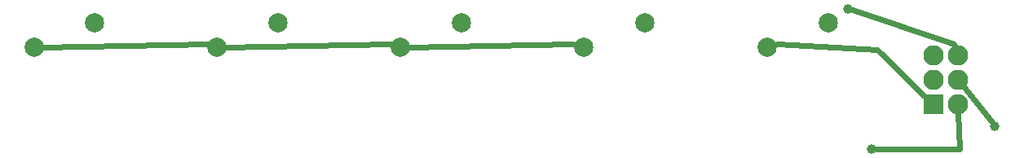
<source format=gbl>
G04 MADE WITH FRITZING*
G04 WWW.FRITZING.ORG*
G04 DOUBLE SIDED*
G04 HOLES PLATED*
G04 CONTOUR ON CENTER OF CONTOUR VECTOR*
%ASAXBY*%
%FSLAX23Y23*%
%MOIN*%
%OFA0B0*%
%SFA1.0B1.0*%
%ADD10C,0.039370*%
%ADD11C,0.083307*%
%ADD12C,0.078639*%
%ADD13R,0.083307X0.083307*%
%ADD14C,0.024000*%
%LNCOPPER0*%
G90*
G70*
G54D10*
X4188Y655D03*
X4788Y175D03*
X4284Y79D03*
G54D11*
X4635Y265D03*
X4635Y365D03*
X4635Y465D03*
X4535Y265D03*
X4535Y365D03*
X4535Y465D03*
X4635Y265D03*
X4635Y365D03*
X4635Y465D03*
X4535Y265D03*
X4535Y365D03*
X4535Y465D03*
G54D12*
X3858Y497D03*
X4107Y596D03*
X3106Y497D03*
X3356Y596D03*
X859Y497D03*
X1108Y596D03*
X1608Y497D03*
X1858Y596D03*
X2357Y497D03*
X2606Y596D03*
G54D13*
X4535Y265D03*
X4535Y265D03*
G54D14*
X4511Y288D02*
X4308Y487D01*
X4308Y487D02*
X3900Y511D01*
X3900Y511D02*
X3886Y506D01*
D02*
X2386Y497D02*
X3060Y511D01*
X3060Y511D02*
X3078Y506D01*
D02*
X1638Y497D02*
X2316Y511D01*
X2316Y511D02*
X2329Y507D01*
D02*
X888Y497D02*
X1572Y511D01*
X1572Y511D02*
X1581Y508D01*
D02*
X4206Y649D02*
X4620Y511D01*
X4620Y511D02*
X4625Y496D01*
D02*
X4776Y190D02*
X4655Y340D01*
D02*
X4303Y79D02*
X4644Y79D01*
X4644Y79D02*
X4636Y232D01*
G04 End of Copper0*
M02*
</source>
